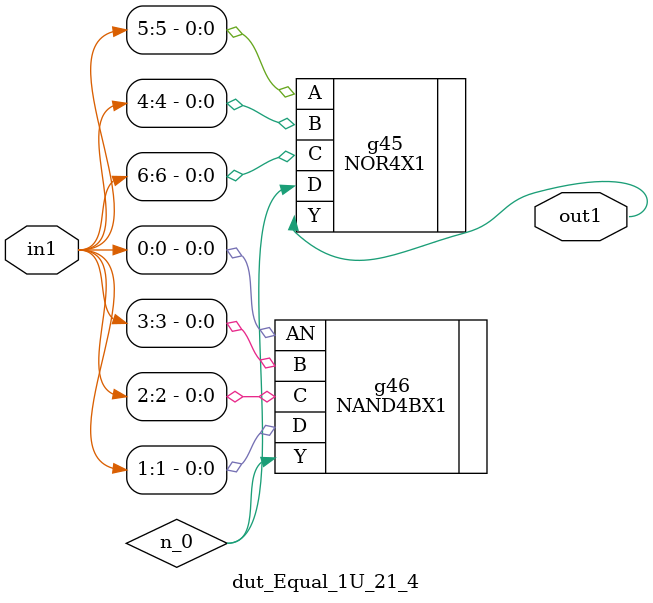
<source format=v>
`timescale 1ps / 1ps


module dut_Equal_1U_21_4(in1, out1);
  input [6:0] in1;
  output out1;
  wire [6:0] in1;
  wire out1;
  wire n_0;
  NOR4X1 g45(.A (in1[5]), .B (in1[4]), .C (in1[6]), .D (n_0), .Y
       (out1));
  NAND4BX1 g46(.AN (in1[0]), .B (in1[3]), .C (in1[2]), .D (in1[1]), .Y
       (n_0));
endmodule



</source>
